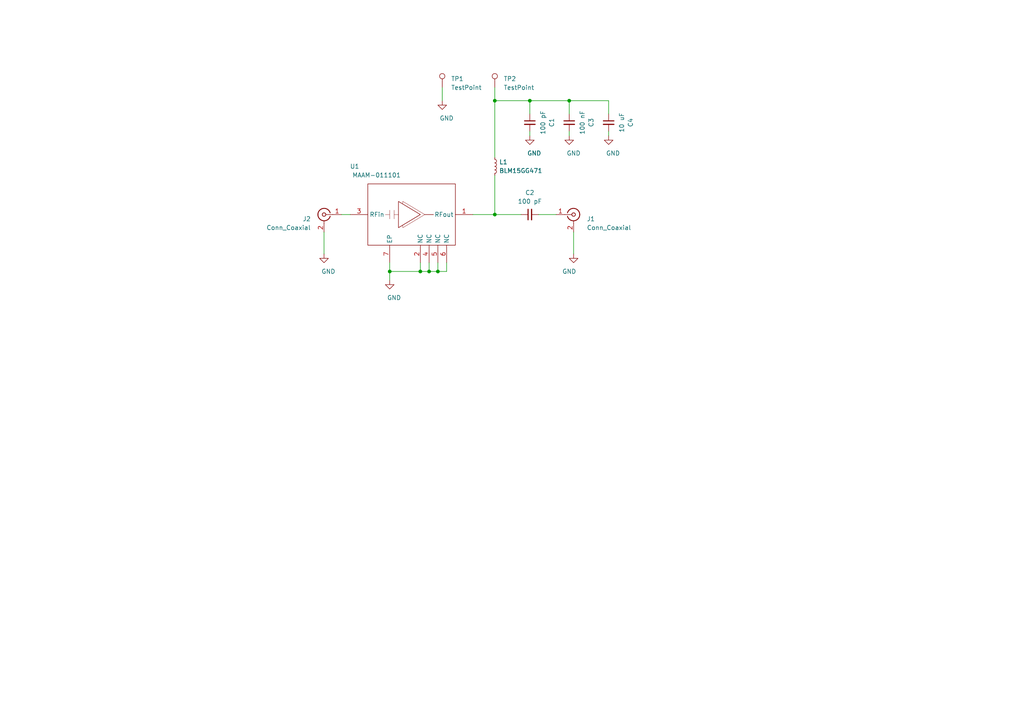
<source format=kicad_sch>
(kicad_sch (version 20201015) (generator eeschema)
  (paper "A4")
  (lib_symbols
    (symbol "Connector:Conn_Coaxial" (pin_names (offset 1.016) hide)
      (property "Reference" "J" (at 0.254 3.048 0))
      (property "Value" "Conn_Coaxial" (at 2.921 0 90))
      (symbol "Conn_Coaxial_0_1"
        (arc (start -1.778 0.508) (end 1.778 0) (radius (at -0.0508 0) (length 1.8034) (angles 163.6 0)) (stroke (width 0.254)))
        (arc (start 1.778 0) (end -1.778 -0.508) (radius (at -0.0254 0) (length 1.8034) (angles 0 -163.8)) (stroke (width 0.254)))
        (circle (center 0 0) (radius 0.508) (stroke (width 0.2032)))
        (polyline (pts (xy -2.54 0) (xy -0.508 0)))
        (polyline (pts (xy 0 -2.54) (xy 0 -1.778)))
      )
      (symbol "Conn_Coaxial_1_1"
        (pin passive line (at -5.08 0 0) (length 2.54) (name "In") (number "1"))
        (pin passive line (at 0 -5.08 90) (length 2.54) (name "Ext") (number "2"))
      )
    )
    (symbol "Connector:TestPoint" (pin_numbers hide) (pin_names (offset 0.762) hide)
      (property "Reference" "TP" (at 0 6.858 0))
      (property "Value" "TestPoint" (at 0 5.08 0))
      (symbol "TestPoint_0_1"
        (circle (center 0 3.302) (radius 0.762))
      )
      (symbol "TestPoint_1_1"
        (pin passive line (at 0 0 90) (length 2.54) (name "1") (number "1"))
      )
    )
    (symbol "Device:C_Small" (pin_numbers hide) (pin_names (offset 0.254) hide)
      (property "Reference" "C" (at 0.254 1.778 0))
      (property "Value" "C_Small" (at 0.254 -2.032 0))
      (symbol "C_Small_0_1"
        (polyline (pts (xy -1.524 -0.508) (xy 1.524 -0.508)) (stroke (width 0.3302)))
        (polyline (pts (xy -1.524 0.508) (xy 1.524 0.508)) (stroke (width 0.3048)))
      )
      (symbol "C_Small_1_1"
        (pin passive line (at 0 2.54 270) (length 2.032) (name "~") (number "1"))
        (pin passive line (at 0 -2.54 90) (length 2.032) (name "~") (number "2"))
      )
    )
    (symbol "Device:L_Small" (pin_numbers hide) (pin_names (offset 0.254) hide)
      (property "Reference" "L" (at 0.762 1.016 0))
      (property "Value" "L_Small" (at 0.762 -1.016 0))
      (symbol "L_Small_0_1"
        (arc (start 0 -2.032) (end 0 -1.016) (radius (at 0 -1.524) (length 0.508) (angles -89.9 89.9)))
        (arc (start 0 -1.016) (end 0 0) (radius (at 0 -0.508) (length 0.508) (angles -89.9 89.9)))
        (arc (start 0 0) (end 0 1.016) (radius (at 0 0.508) (length 0.508) (angles -89.9 89.9)))
        (arc (start 0 1.016) (end 0 2.032) (radius (at 0 1.524) (length 0.508) (angles -89.9 89.9)))
      )
      (symbol "L_Small_1_1"
        (pin passive line (at 0 2.54 270) (length 0.508) (name "~") (number "1"))
        (pin passive line (at 0 -2.54 90) (length 0.508) (name "~") (number "2"))
      )
    )
    (symbol "jtk_rf:MAAM-011101"
      (property "Reference" "U" (at -15.24 13.97 0))
      (property "Value" "MAAM-011101" (at -8.89 11.43 0))
      (symbol "MAAM-011101_0_1"
        (rectangle (start -11.43 8.89) (end 13.97 -8.89))
        (polyline (pts (xy 5.08 0) (xy 7.62 0)))
        (polyline (pts (xy 3.81 0) (xy -2.54 3.81) (xy -2.54 -3.81) (xy 3.81 0)))
        (polyline (pts (xy -2.54 0) (xy -3.81 0)) (stroke (width 0.0006)))
        (polyline (pts (xy -6.35 0) (xy -5.08 0) (xy -5.08 1.27) (xy -5.08 -1.27)) (stroke (width 0.0006)))
        (polyline (pts (xy -3.81 1.27) (xy -3.81 -1.27)) (stroke (width 0.0006)))
        (polyline (pts (xy -1.27 3.81) (xy 5.08 0) (xy -1.27 -3.81) (xy -1.27 -3.175)) (stroke (width 0.0006)))
        (polyline (pts (xy -1.27 3.81) (xy -1.27 3.175)) (stroke (width 0.0006)))
      )
      (symbol "MAAM-011101_1_1"
        (pin input line (at -16.51 0 0) (length 5.08) (name "RFin") (number "3"))
        (pin power_in line (at -5.08 -13.97 90) (length 5.08) (name "EP") (number "7"))
        (pin power_in line (at 3.81 -13.97 90) (length 5.08) (name "NC") (number "2"))
        (pin bidirectional line (at 19.05 0 180) (length 5.08) (name "RFout") (number "1"))
        (pin power_in line (at 6.35 -13.97 90) (length 5.08) (name "NC") (number "4"))
        (pin power_in line (at 8.89 -13.97 90) (length 5.08) (name "NC") (number "5"))
        (pin power_in line (at 11.43 -13.97 90) (length 5.08) (name "NC") (number "6"))
      )
    )
    (symbol "power:GND" (power) (pin_names (offset 0))
      (property "Value" "GND" (at 0 -3.81 0))
      (symbol "GND_0_1"
        (polyline (pts (xy 0 0) (xy 0 -1.27) (xy 1.27 -1.27) (xy 0 -2.54) (xy -1.27 -1.27) (xy 0 -1.27)))
      )
      (symbol "GND_1_1"
        (pin power_in line (at 0 0 270) (length 0) hide (name "GND") (number "1"))
      )
    )
  )
  (junction (at 113.03 78.74) (diameter 0.9144))
  (junction (at 121.92 78.74) (diameter 0.9144))
  (junction (at 124.46 78.74) (diameter 0.9144))
  (junction (at 127 78.74) (diameter 0.9144))
  (junction (at 143.51 29.21) (diameter 0.9144))
  (junction (at 143.51 62.23) (diameter 0.9144))
  (junction (at 153.67 29.21) (diameter 0.9144))
  (junction (at 165.1 29.21) (diameter 0.9144))
  (wire (pts (xy 93.98 67.31) (xy 93.98 73.66)))
  (wire (pts (xy 99.06 62.23) (xy 101.6 62.23)))
  (wire (pts (xy 113.03 76.2) (xy 113.03 78.74)))
  (wire (pts (xy 113.03 78.74) (xy 113.03 81.28)))
  (wire (pts (xy 113.03 78.74) (xy 121.92 78.74)))
  (wire (pts (xy 121.92 78.74) (xy 121.92 76.2)))
  (wire (pts (xy 121.92 78.74) (xy 124.46 78.74)))
  (wire (pts (xy 124.46 78.74) (xy 124.46 76.2)))
  (wire (pts (xy 124.46 78.74) (xy 127 78.74)))
  (wire (pts (xy 127 78.74) (xy 127 76.2)))
  (wire (pts (xy 127 78.74) (xy 129.54 78.74)))
  (wire (pts (xy 128.27 25.4) (xy 128.27 29.21)))
  (wire (pts (xy 129.54 78.74) (xy 129.54 76.2)))
  (wire (pts (xy 137.16 62.23) (xy 143.51 62.23)))
  (wire (pts (xy 143.51 25.4) (xy 143.51 29.21)))
  (wire (pts (xy 143.51 29.21) (xy 143.51 45.72)))
  (wire (pts (xy 143.51 29.21) (xy 153.67 29.21)))
  (wire (pts (xy 143.51 50.8) (xy 143.51 62.23)))
  (wire (pts (xy 143.51 62.23) (xy 151.13 62.23)))
  (wire (pts (xy 153.67 29.21) (xy 153.67 33.02)))
  (wire (pts (xy 153.67 29.21) (xy 165.1 29.21)))
  (wire (pts (xy 153.67 38.1) (xy 153.67 39.37)))
  (wire (pts (xy 156.21 62.23) (xy 161.29 62.23)))
  (wire (pts (xy 165.1 29.21) (xy 176.53 29.21)))
  (wire (pts (xy 165.1 33.02) (xy 165.1 29.21)))
  (wire (pts (xy 165.1 38.1) (xy 165.1 39.37)))
  (wire (pts (xy 166.37 67.31) (xy 166.37 73.66)))
  (wire (pts (xy 176.53 29.21) (xy 176.53 33.02)))
  (wire (pts (xy 176.53 38.1) (xy 176.53 39.37)))
  (symbol (lib_id "Device:L_Small") (at 143.51 48.26 0) (unit 1)
    (property "Reference" "L1" (at 144.78 46.99 0) (effects (justify left)))
    (property "Value" "BLM15GG471" (at 144.78 49.53 0) (effects (justify left)))
    (property "Footprint" "Inductor_SMD:L_0402_1005Metric" (effects hide))
  )
  (symbol (lib_id "Connector:TestPoint") (at 128.27 25.4 0) (unit 1)
    (property "Reference" "TP1" (at 130.81 22.86 0) (effects (justify left)))
    (property "Value" "TestPoint" (at 130.81 25.4 0) (effects (justify left)))
    (property "Footprint" "TestPoint:TestPoint_Keystone_5015_Micro-Minature" (effects hide))
  )
  (symbol (lib_id "Connector:TestPoint") (at 143.51 25.4 0) (unit 1)
    (property "Reference" "TP2" (at 146.05 22.86 0) (effects (justify left)))
    (property "Value" "TestPoint" (at 146.05 25.4 0) (effects (justify left)))
    (property "Footprint" "TestPoint:TestPoint_Keystone_5015_Micro-Minature" (effects hide))
  )
  (symbol (lib_id "power:GND") (at 93.98 73.66 0) (unit 1)
    (property "Reference" "#PWR0105" (effects hide))
    (property "Value" "GND" (at 95.25 78.74 0))
  )
  (symbol (lib_id "power:GND") (at 113.03 81.28 0) (unit 1)
    (property "Reference" "#PWR02" (effects hide))
    (property "Value" "GND" (at 114.3 86.36 0))
  )
  (symbol (lib_id "power:GND") (at 128.27 29.21 0) (unit 1)
    (property "Reference" "#PWR0103" (effects hide))
    (property "Value" "GND" (at 129.54 34.29 0))
  )
  (symbol (lib_id "power:GND") (at 153.67 39.37 0) (unit 1)
    (property "Reference" "#PWR0102" (effects hide))
    (property "Value" "GND" (at 154.94 44.45 0))
  )
  (symbol (lib_id "power:GND") (at 165.1 39.37 0) (unit 1)
    (property "Reference" "#PWR0101" (effects hide))
    (property "Value" "GND" (at 166.37 44.45 0))
  )
  (symbol (lib_id "power:GND") (at 166.37 73.66 0) (mirror y) (unit 1)
    (property "Reference" "#PWR0106" (effects hide))
    (property "Value" "GND" (at 165.1 78.74 0))
  )
  (symbol (lib_id "power:GND") (at 176.53 39.37 0) (unit 1)
    (property "Reference" "#PWR0104" (effects hide))
    (property "Value" "GND" (at 177.8 44.45 0))
  )
  (symbol (lib_id "Device:C_Small") (at 153.67 35.56 0) (unit 1)
    (property "Reference" "C1" (at 160.02 35.56 90))
    (property "Value" "100 pF" (at 157.48 35.56 90))
    (property "Footprint" "Capacitor_SMD:C_0402_1005Metric" (effects hide))
  )
  (symbol (lib_id "Device:C_Small") (at 153.67 62.23 90) (unit 1)
    (property "Reference" "C2" (at 153.67 55.88 90))
    (property "Value" "100 pF" (at 153.67 58.42 90))
    (property "Footprint" "Capacitor_SMD:C_0201_0603Metric" (effects hide))
  )
  (symbol (lib_id "Device:C_Small") (at 165.1 35.56 0) (unit 1)
    (property "Reference" "C3" (at 171.45 35.56 90))
    (property "Value" "100 nF" (at 168.91 35.56 90))
    (property "Footprint" "Capacitor_SMD:C_0402_1005Metric" (effects hide))
  )
  (symbol (lib_id "Device:C_Small") (at 176.53 35.56 0) (unit 1)
    (property "Reference" "C4" (at 182.88 35.56 90))
    (property "Value" "10 uF" (at 180.34 35.56 90))
    (property "Footprint" "Capacitor_SMD:C_0603_1608Metric" (effects hide))
  )
  (symbol (lib_id "Connector:Conn_Coaxial") (at 93.98 62.23 0) (mirror y) (unit 1)
    (property "Reference" "J2" (at 90.17 63.5 0) (effects (justify left)))
    (property "Value" "Conn_Coaxial" (at 90.17 66.04 0) (effects (justify left)))
    (property "Footprint" "jtk_rf_footprints:sw_edge_oshpark_4layer" (effects hide))
    (property "Datasheet" " ~" (effects hide))
  )
  (symbol (lib_id "Connector:Conn_Coaxial") (at 166.37 62.23 0) (unit 1)
    (property "Reference" "J1" (at 170.18 63.5 0) (effects (justify left)))
    (property "Value" "Conn_Coaxial" (at 170.18 66.04 0) (effects (justify left)))
    (property "Footprint" "jtk_rf_footprints:sw_edge_oshpark_4layer" (effects hide))
    (property "Datasheet" " ~" (effects hide))
  )
  (symbol (lib_id "jtk_rf:MAAM-011101") (at 118.11 62.23 0) (unit 1)
    (property "Reference" "U1" (at 102.87 48.26 0))
    (property "Value" "MAAM-011101" (at 109.22 50.8 0))
    (property "Footprint" "jtk_rf_footprints:TDFN6" (effects hide))
    (property "Datasheet" "https://cdn.macom.com/datasheets/maam-011101.pdf" (effects hide))
    (property "mpn" "MAAM-011101-TR1000" (effects hide))
    (property "digikey#" "1465-1283-1-ND" (effects hide))
    (property "mfg" "Macom" (effects hide))
  )
)
</source>
